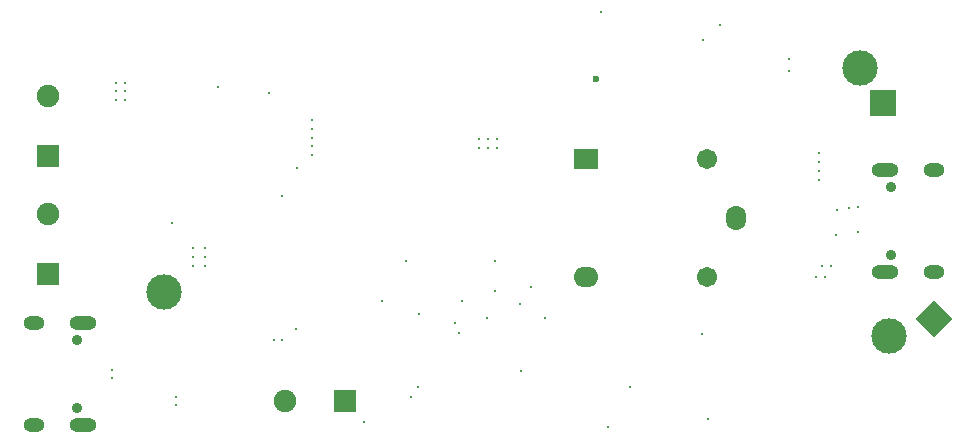
<source format=gbr>
%TF.GenerationSoftware,Altium Limited,Altium Designer,23.11.1 (41)*%
G04 Layer_Color=16711935*
%FSLAX26Y26*%
%MOIN*%
%TF.SameCoordinates,0B4E2714-AAF7-4A90-8E72-ED1F183F2DA5*%
%TF.FilePolarity,Negative*%
%TF.FileFunction,Soldermask,Bot*%
%TF.Part,CustomerPanel*%
G01*
G75*
%TA.AperFunction,FiducialPad,Global*%
%ADD79C,0.118110*%
%TA.AperFunction,ComponentPad*%
%ADD80O,0.070992X0.047370*%
%ADD81C,0.034575*%
%ADD82O,0.090677X0.047370*%
%ADD83C,0.074929*%
%ADD84R,0.074929X0.074929*%
%ADD85R,0.074929X0.074929*%
%ADD86O,0.082803X0.067055*%
%ADD87R,0.082803X0.067055*%
%ADD88C,0.067055*%
%ADD89O,0.067055X0.082803*%
%ADD90P,0.120208X4X90.0*%
%ADD91R,0.085000X0.085000*%
%TA.AperFunction,ViaPad*%
%ADD92C,0.011811*%
%ADD93C,0.023622*%
D79*
X543307Y907480D02*
D03*
X2962968Y761669D02*
D03*
X2866142Y1655512D02*
D03*
D80*
X3112204Y1313779D02*
D03*
Y973622D02*
D03*
X111213Y463748D02*
D03*
Y803905D02*
D03*
D81*
X2968504Y1257477D02*
D03*
Y1029925D02*
D03*
X254913Y520051D02*
D03*
Y747603D02*
D03*
D82*
X2947637Y1313779D02*
D03*
Y973622D02*
D03*
X275780Y463748D02*
D03*
Y803905D02*
D03*
D83*
X949055Y543307D02*
D03*
X159449Y1560236D02*
D03*
Y1166535D02*
D03*
D84*
X1149055Y543307D02*
D03*
D85*
X159449Y1360236D02*
D03*
Y966535D02*
D03*
D86*
X1952756Y956693D02*
D03*
D87*
Y1350394D02*
D03*
D88*
X2354331Y956693D02*
D03*
Y1350394D02*
D03*
D89*
X2452756Y1153543D02*
D03*
D90*
X3112205Y818898D02*
D03*
D91*
X2942913Y1537402D02*
D03*
D92*
X984968Y783669D02*
D03*
X939748Y748669D02*
D03*
X910940Y749142D02*
D03*
X2098425Y592520D02*
D03*
X2357968Y485795D02*
D03*
X2024968Y457669D02*
D03*
X1271654Y877953D02*
D03*
X583969Y532111D02*
D03*
Y559669D02*
D03*
X372969Y648228D02*
D03*
X2827372Y1188885D02*
D03*
X372969Y620669D02*
D03*
X2857198Y1189885D02*
D03*
X2856968Y1108669D02*
D03*
X1212001Y474521D02*
D03*
X939571Y1226862D02*
D03*
X2767716Y996063D02*
D03*
X2738189D02*
D03*
X2718504Y956693D02*
D03*
X2748032D02*
D03*
X1367968Y558598D02*
D03*
X2786968Y1181669D02*
D03*
X2785968Y1096669D02*
D03*
X2728347Y1370079D02*
D03*
Y1340551D02*
D03*
Y1311024D02*
D03*
Y1281496D02*
D03*
X2000000Y1842520D02*
D03*
X2397968Y1799669D02*
D03*
X2629921Y1645669D02*
D03*
Y1685040D02*
D03*
X2336968Y768669D02*
D03*
X2339968Y1749669D02*
D03*
X1734968Y645228D02*
D03*
X1394968Y835598D02*
D03*
X1392968Y592598D02*
D03*
X1528723Y772598D02*
D03*
X1515968Y805598D02*
D03*
X1537402Y877953D02*
D03*
X1619968Y821598D02*
D03*
X1596457Y1419291D02*
D03*
X1655512D02*
D03*
X1625984D02*
D03*
X1596457Y1389764D02*
D03*
X1655512D02*
D03*
X1625984D02*
D03*
X641732Y1055118D02*
D03*
Y996063D02*
D03*
Y1025591D02*
D03*
X681102Y1055118D02*
D03*
Y996063D02*
D03*
Y1025591D02*
D03*
X385827Y1606299D02*
D03*
Y1547244D02*
D03*
Y1576772D02*
D03*
X415354Y1606299D02*
D03*
Y1547244D02*
D03*
Y1576772D02*
D03*
X1813968Y820598D02*
D03*
X1768968Y923598D02*
D03*
X1351968Y1012598D02*
D03*
X1731968Y866598D02*
D03*
X1648695Y1011598D02*
D03*
X1648968Y910598D02*
D03*
X988968Y1322425D02*
D03*
X570968Y1137425D02*
D03*
X1038535Y1393583D02*
D03*
Y1452638D02*
D03*
Y1423110D02*
D03*
Y1364055D02*
D03*
X726323Y1590276D02*
D03*
X1038535Y1482165D02*
D03*
X895323Y1570276D02*
D03*
D93*
X1984968Y1618669D02*
D03*
%TF.MD5,cf54b0f1d66d7daeb818c0123433e722*%
M02*

</source>
